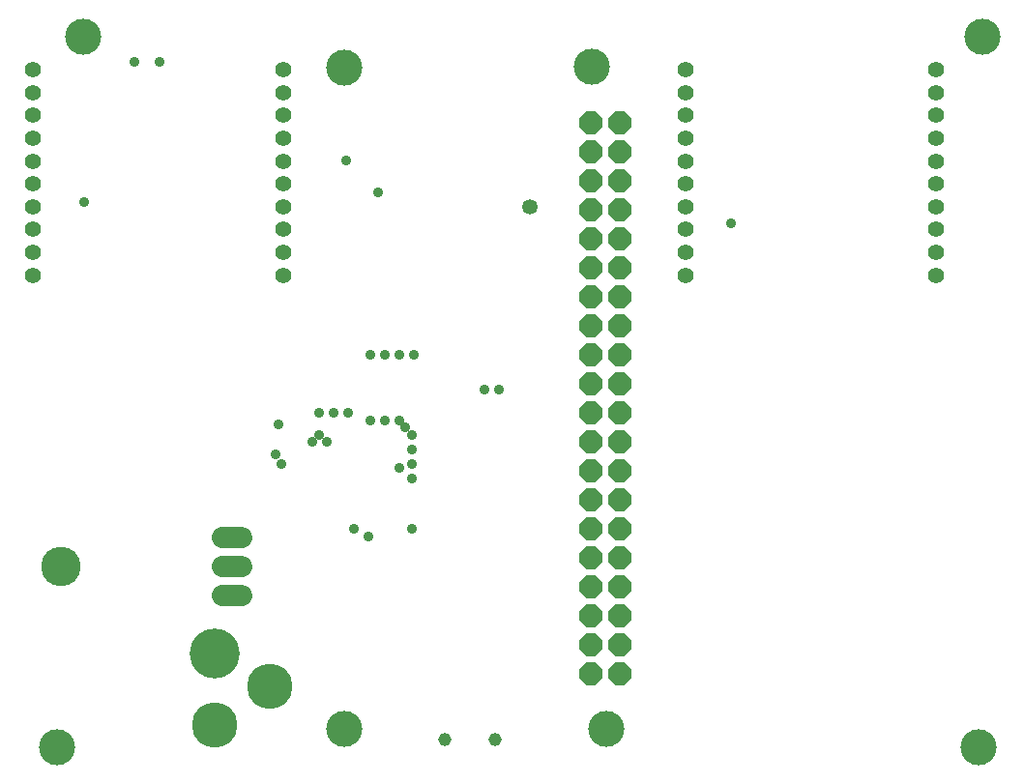
<source format=gbs>
G75*
G70*
%OFA0B0*%
%FSLAX24Y24*%
%IPPOS*%
%LPD*%
%AMOC8*
5,1,8,0,0,1.08239X$1,22.5*
%
%ADD10OC8,0.0800*%
%ADD11C,0.1241*%
%ADD12C,0.0560*%
%ADD13C,0.0454*%
%ADD14C,0.1720*%
%ADD15C,0.1562*%
%ADD16C,0.0720*%
%ADD17C,0.1360*%
%ADD18C,0.0350*%
%ADD19C,0.0532*%
D10*
X020225Y005170D03*
X021225Y005170D03*
X021225Y006170D03*
X021225Y007170D03*
X020225Y007170D03*
X020225Y006170D03*
X020225Y008170D03*
X020225Y009170D03*
X021225Y009170D03*
X021225Y008170D03*
X021225Y010170D03*
X021225Y011170D03*
X020225Y011170D03*
X020225Y010170D03*
X020225Y012170D03*
X020225Y013170D03*
X020225Y014170D03*
X021225Y014170D03*
X021225Y013170D03*
X021225Y012170D03*
X021225Y015170D03*
X021225Y016170D03*
X020225Y016170D03*
X020225Y015170D03*
X020225Y017170D03*
X020225Y018170D03*
X021225Y018170D03*
X021225Y017170D03*
X021225Y019170D03*
X021225Y020170D03*
X020225Y020170D03*
X020225Y019170D03*
X020225Y021170D03*
X020225Y022170D03*
X021225Y022170D03*
X021225Y021170D03*
X021225Y023170D03*
X021225Y024170D03*
X020225Y024170D03*
X020225Y023170D03*
D11*
X001850Y002625D03*
X011725Y003250D03*
X020775Y003250D03*
X033600Y002625D03*
X020275Y026100D03*
X011725Y026050D03*
X002725Y027125D03*
X033725Y027125D03*
D12*
X032156Y025993D03*
X032156Y025206D03*
X032156Y024419D03*
X032156Y023631D03*
X032156Y022844D03*
X032156Y022056D03*
X032156Y021269D03*
X032156Y020481D03*
X032156Y019694D03*
X032156Y018907D03*
X023494Y018907D03*
X023494Y019694D03*
X023494Y020481D03*
X023494Y021269D03*
X023494Y022056D03*
X023494Y022844D03*
X023494Y023631D03*
X023494Y024419D03*
X023494Y025206D03*
X023494Y025993D03*
X009656Y025993D03*
X009656Y025206D03*
X009656Y024419D03*
X009656Y023631D03*
X009656Y022844D03*
X009656Y022056D03*
X009656Y021269D03*
X009656Y020481D03*
X009656Y019694D03*
X009656Y018907D03*
X000994Y018907D03*
X000994Y019694D03*
X000994Y020481D03*
X000994Y021269D03*
X000994Y022056D03*
X000994Y022844D03*
X000994Y023631D03*
X000994Y024419D03*
X000994Y025206D03*
X000994Y025993D03*
D13*
X015209Y002894D03*
X016941Y002894D03*
D14*
X007275Y005854D03*
D15*
X009165Y004732D03*
X007275Y003394D03*
D16*
X007545Y007850D02*
X008205Y007850D01*
X008205Y008850D02*
X007545Y008850D01*
X007545Y009850D02*
X008205Y009850D01*
D17*
X001975Y008850D03*
D18*
X009375Y012725D03*
X009575Y012400D03*
X010625Y013150D03*
X010875Y013400D03*
X011125Y013150D03*
X010875Y014150D03*
X011375Y014150D03*
X011875Y014150D03*
X012625Y013900D03*
X013125Y013900D03*
X013625Y013900D03*
X013825Y013650D03*
X014075Y013400D03*
X014075Y012900D03*
X014075Y012400D03*
X013650Y012275D03*
X014075Y011900D03*
X014075Y010150D03*
X012575Y009900D03*
X012075Y010150D03*
X009475Y013775D03*
X012625Y016150D03*
X013125Y016150D03*
X013625Y016150D03*
X014125Y016150D03*
X016575Y014950D03*
X017075Y014950D03*
X025075Y020700D03*
X012900Y021775D03*
X011800Y022850D03*
X005375Y026275D03*
X004500Y026275D03*
X002775Y021425D03*
D19*
X018150Y021275D03*
M02*

</source>
